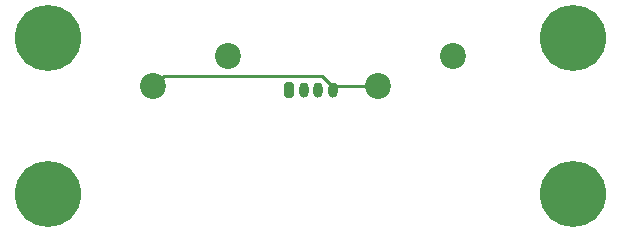
<source format=gbr>
%TF.GenerationSoftware,KiCad,Pcbnew,(7.0.0)*%
%TF.CreationDate,2023-02-21T01:36:48-05:00*%
%TF.ProjectId,Desk Panel,4465736b-2050-4616-9e65-6c2e6b696361,rev?*%
%TF.SameCoordinates,Original*%
%TF.FileFunction,Copper,L1,Top*%
%TF.FilePolarity,Positive*%
%FSLAX46Y46*%
G04 Gerber Fmt 4.6, Leading zero omitted, Abs format (unit mm)*
G04 Created by KiCad (PCBNEW (7.0.0)) date 2023-02-21 01:36:48*
%MOMM*%
%LPD*%
G01*
G04 APERTURE LIST*
G04 Aperture macros list*
%AMRoundRect*
0 Rectangle with rounded corners*
0 $1 Rounding radius*
0 $2 $3 $4 $5 $6 $7 $8 $9 X,Y pos of 4 corners*
0 Add a 4 corners polygon primitive as box body*
4,1,4,$2,$3,$4,$5,$6,$7,$8,$9,$2,$3,0*
0 Add four circle primitives for the rounded corners*
1,1,$1+$1,$2,$3*
1,1,$1+$1,$4,$5*
1,1,$1+$1,$6,$7*
1,1,$1+$1,$8,$9*
0 Add four rect primitives between the rounded corners*
20,1,$1+$1,$2,$3,$4,$5,0*
20,1,$1+$1,$4,$5,$6,$7,0*
20,1,$1+$1,$6,$7,$8,$9,0*
20,1,$1+$1,$8,$9,$2,$3,0*%
G04 Aperture macros list end*
%TA.AperFunction,ComponentPad*%
%ADD10RoundRect,0.200000X-0.200000X-0.450000X0.200000X-0.450000X0.200000X0.450000X-0.200000X0.450000X0*%
%TD*%
%TA.AperFunction,ComponentPad*%
%ADD11O,0.800000X1.300000*%
%TD*%
%TA.AperFunction,ComponentPad*%
%ADD12C,3.600000*%
%TD*%
%TA.AperFunction,ConnectorPad*%
%ADD13C,5.600000*%
%TD*%
%TA.AperFunction,ComponentPad*%
%ADD14C,2.200000*%
%TD*%
%TA.AperFunction,Conductor*%
%ADD15C,0.250000*%
%TD*%
G04 APERTURE END LIST*
D10*
%TO.P,Molex2,1,Pin_1*%
%TO.N,+3V3*%
X142800000Y-97350000D03*
D11*
%TO.P,Molex2,2,Pin_2*%
%TO.N,UP*%
X144049999Y-97349999D03*
%TO.P,Molex2,3,Pin_3*%
%TO.N,DOWN*%
X145299999Y-97349999D03*
%TO.P,Molex2,4,Pin_4*%
%TO.N,GND*%
X146549999Y-97349999D03*
%TD*%
D12*
%TO.P,REF\u002A\u002A,1*%
%TO.N,N/C*%
X122400000Y-106150000D03*
D13*
X122400000Y-106150000D03*
%TD*%
D14*
%TO.P,DOWN,1,1*%
%TO.N,DOWN*%
X156740000Y-94470000D03*
%TO.P,DOWN,2,2*%
%TO.N,GND*%
X150390000Y-97010000D03*
%TD*%
D12*
%TO.P,,1*%
%TO.N,N/C*%
X122400000Y-106150000D03*
%TD*%
%TO.P,REF\u002A\u002A,1*%
%TO.N,N/C*%
X166900000Y-92950000D03*
D13*
X166900000Y-92950000D03*
%TD*%
D12*
%TO.P,REF\u002A\u002A,1*%
%TO.N,N/C*%
X122400000Y-92950000D03*
D13*
X122400000Y-92950000D03*
%TD*%
D14*
%TO.P,UP,1,1*%
%TO.N,UP*%
X137660000Y-94470000D03*
%TO.P,UP,2,2*%
%TO.N,GND*%
X131310000Y-97010000D03*
%TD*%
D12*
%TO.P,REF\u002A\u002A,1*%
%TO.N,N/C*%
X166900000Y-106150000D03*
D13*
X166900000Y-106150000D03*
%TD*%
D12*
%TO.P,,1*%
%TO.N,N/C*%
X166900000Y-92950000D03*
%TD*%
%TO.P,,1*%
%TO.N,N/C*%
X166900000Y-106150000D03*
%TD*%
D15*
%TO.N,GND*%
X146550000Y-97050000D02*
X146550000Y-97350000D01*
X145600000Y-96100000D02*
X146550000Y-97050000D01*
X132220000Y-96100000D02*
X145600000Y-96100000D01*
X131310000Y-97010000D02*
X132220000Y-96100000D01*
X146890000Y-97010000D02*
X146550000Y-97350000D01*
X150390000Y-97010000D02*
X146890000Y-97010000D01*
%TD*%
M02*

</source>
